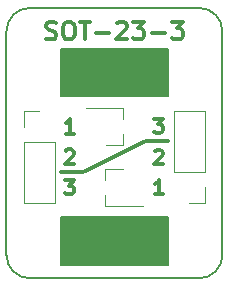
<source format=gbr>
G04 #@! TF.GenerationSoftware,KiCad,Pcbnew,5.0.1-33cea8e~68~ubuntu18.10.1*
G04 #@! TF.CreationDate,2018-11-26T23:36:38+02:00*
G04 #@! TF.ProjectId,BRK-SOT-23-3,42524B2D534F542D32332D332E6B6963,v1.0*
G04 #@! TF.SameCoordinates,Original*
G04 #@! TF.FileFunction,Legend,Top*
G04 #@! TF.FilePolarity,Positive*
%FSLAX46Y46*%
G04 Gerber Fmt 4.6, Leading zero omitted, Abs format (unit mm)*
G04 Created by KiCad (PCBNEW 5.0.1-33cea8e~68~ubuntu18.10.1) date ma 26. marraskuuta 2018 23.36.38*
%MOMM*%
%LPD*%
G01*
G04 APERTURE LIST*
%ADD10C,0.150000*%
%ADD11C,0.300000*%
%ADD12C,0.120000*%
G04 APERTURE END LIST*
D10*
X68300000Y-70900000D02*
G75*
G02X66300000Y-72900000I-2000000J0D01*
G01*
X52000000Y-72900000D02*
G75*
G02X50000000Y-70900000I0J2000000D01*
G01*
X66300000Y-50000000D02*
G75*
G02X68300000Y-52000000I0J-2000000D01*
G01*
X50000000Y-52000000D02*
G75*
G02X52000000Y-50000000I2000000J0D01*
G01*
D11*
X61850000Y-61300000D02*
X63700000Y-61300000D01*
X56450000Y-63900000D02*
X54600000Y-63900000D01*
X63276428Y-65742857D02*
X62590714Y-65742857D01*
X62933571Y-65742857D02*
X62933571Y-64542857D01*
X62819285Y-64714285D01*
X62705000Y-64828571D01*
X62590714Y-64885714D01*
X62590714Y-62157142D02*
X62647857Y-62100000D01*
X62762142Y-62042857D01*
X63047857Y-62042857D01*
X63162142Y-62100000D01*
X63219285Y-62157142D01*
X63276428Y-62271428D01*
X63276428Y-62385714D01*
X63219285Y-62557142D01*
X62533571Y-63242857D01*
X63276428Y-63242857D01*
X62533571Y-59392857D02*
X63276428Y-59392857D01*
X62876428Y-59850000D01*
X63047857Y-59850000D01*
X63162142Y-59907142D01*
X63219285Y-59964285D01*
X63276428Y-60078571D01*
X63276428Y-60364285D01*
X63219285Y-60478571D01*
X63162142Y-60535714D01*
X63047857Y-60592857D01*
X62705000Y-60592857D01*
X62590714Y-60535714D01*
X62533571Y-60478571D01*
X54966428Y-64592857D02*
X55709285Y-64592857D01*
X55309285Y-65050000D01*
X55480714Y-65050000D01*
X55595000Y-65107142D01*
X55652142Y-65164285D01*
X55709285Y-65278571D01*
X55709285Y-65564285D01*
X55652142Y-65678571D01*
X55595000Y-65735714D01*
X55480714Y-65792857D01*
X55137857Y-65792857D01*
X55023571Y-65735714D01*
X54966428Y-65678571D01*
X55023571Y-62107142D02*
X55080714Y-62050000D01*
X55195000Y-61992857D01*
X55480714Y-61992857D01*
X55595000Y-62050000D01*
X55652142Y-62107142D01*
X55709285Y-62221428D01*
X55709285Y-62335714D01*
X55652142Y-62507142D01*
X54966428Y-63192857D01*
X55709285Y-63192857D01*
X55709285Y-60642857D02*
X55023571Y-60642857D01*
X55366428Y-60642857D02*
X55366428Y-59442857D01*
X55252142Y-59614285D01*
X55137857Y-59728571D01*
X55023571Y-59785714D01*
X56450000Y-63900000D02*
X61850000Y-61300000D01*
D10*
X66300000Y-72900000D02*
X52000000Y-72900000D01*
G36*
X54600000Y-67750000D02*
X54600000Y-71750000D01*
X63700000Y-71750000D01*
X63700000Y-67750000D01*
X54600000Y-67750000D01*
G37*
X54600000Y-67750000D02*
X54600000Y-71750000D01*
X63700000Y-71750000D01*
X63700000Y-67750000D01*
X54600000Y-67750000D01*
G36*
X54600000Y-53500000D02*
X54600000Y-57500000D01*
X63700000Y-57500000D01*
X63700000Y-53500000D01*
X54600000Y-53500000D01*
G37*
X54600000Y-53500000D02*
X54600000Y-57500000D01*
X63700000Y-57500000D01*
X63700000Y-53500000D01*
X54600000Y-53500000D01*
X68300000Y-52000000D02*
X68300000Y-70900000D01*
D11*
X53364285Y-52607142D02*
X53578571Y-52678571D01*
X53935714Y-52678571D01*
X54078571Y-52607142D01*
X54150000Y-52535714D01*
X54221428Y-52392857D01*
X54221428Y-52250000D01*
X54150000Y-52107142D01*
X54078571Y-52035714D01*
X53935714Y-51964285D01*
X53650000Y-51892857D01*
X53507142Y-51821428D01*
X53435714Y-51750000D01*
X53364285Y-51607142D01*
X53364285Y-51464285D01*
X53435714Y-51321428D01*
X53507142Y-51250000D01*
X53650000Y-51178571D01*
X54007142Y-51178571D01*
X54221428Y-51250000D01*
X55150000Y-51178571D02*
X55435714Y-51178571D01*
X55578571Y-51250000D01*
X55721428Y-51392857D01*
X55792857Y-51678571D01*
X55792857Y-52178571D01*
X55721428Y-52464285D01*
X55578571Y-52607142D01*
X55435714Y-52678571D01*
X55150000Y-52678571D01*
X55007142Y-52607142D01*
X54864285Y-52464285D01*
X54792857Y-52178571D01*
X54792857Y-51678571D01*
X54864285Y-51392857D01*
X55007142Y-51250000D01*
X55150000Y-51178571D01*
X56221428Y-51178571D02*
X57078571Y-51178571D01*
X56650000Y-52678571D02*
X56650000Y-51178571D01*
X57578571Y-52107142D02*
X58721428Y-52107142D01*
X59364285Y-51321428D02*
X59435714Y-51250000D01*
X59578571Y-51178571D01*
X59935714Y-51178571D01*
X60078571Y-51250000D01*
X60150000Y-51321428D01*
X60221428Y-51464285D01*
X60221428Y-51607142D01*
X60150000Y-51821428D01*
X59292857Y-52678571D01*
X60221428Y-52678571D01*
X60721428Y-51178571D02*
X61650000Y-51178571D01*
X61150000Y-51750000D01*
X61364285Y-51750000D01*
X61507142Y-51821428D01*
X61578571Y-51892857D01*
X61650000Y-52035714D01*
X61650000Y-52392857D01*
X61578571Y-52535714D01*
X61507142Y-52607142D01*
X61364285Y-52678571D01*
X60935714Y-52678571D01*
X60792857Y-52607142D01*
X60721428Y-52535714D01*
X62292857Y-52107142D02*
X63435714Y-52107142D01*
X64007142Y-51178571D02*
X64935714Y-51178571D01*
X64435714Y-51750000D01*
X64650000Y-51750000D01*
X64792857Y-51821428D01*
X64864285Y-51892857D01*
X64935714Y-52035714D01*
X64935714Y-52392857D01*
X64864285Y-52535714D01*
X64792857Y-52607142D01*
X64650000Y-52678571D01*
X64221428Y-52678571D01*
X64078571Y-52607142D01*
X64007142Y-52535714D01*
D10*
X52000000Y-50000000D02*
X66300000Y-50000000D01*
X50000000Y-70900000D02*
X50000000Y-52000000D01*
D12*
G04 #@! TO.C,J2*
X66830000Y-66510000D02*
X65500000Y-66510000D01*
X66830000Y-65180000D02*
X66830000Y-66510000D01*
X66830000Y-63910000D02*
X64170000Y-63910000D01*
X64170000Y-63910000D02*
X64170000Y-58770000D01*
X66830000Y-63910000D02*
X66830000Y-58770000D01*
X66830000Y-58770000D02*
X64170000Y-58770000D01*
G04 #@! TO.C,J1*
X51470000Y-66510000D02*
X54130000Y-66510000D01*
X51470000Y-61370000D02*
X51470000Y-66510000D01*
X54130000Y-61370000D02*
X54130000Y-66510000D01*
X51470000Y-61370000D02*
X54130000Y-61370000D01*
X51470000Y-60100000D02*
X51470000Y-58770000D01*
X51470000Y-58770000D02*
X52800000Y-58770000D01*
G04 #@! TO.C,U2*
X58390000Y-63650000D02*
X59850000Y-63650000D01*
X58390000Y-66810000D02*
X61550000Y-66810000D01*
X58390000Y-66810000D02*
X58390000Y-65880000D01*
X58390000Y-63650000D02*
X58390000Y-64580000D01*
G04 #@! TO.C,U1*
X59910000Y-61630000D02*
X59910000Y-60700000D01*
X59910000Y-58470000D02*
X59910000Y-59400000D01*
X59910000Y-58470000D02*
X56750000Y-58470000D01*
X59910000Y-61630000D02*
X58450000Y-61630000D01*
G04 #@! TD*
M02*

</source>
